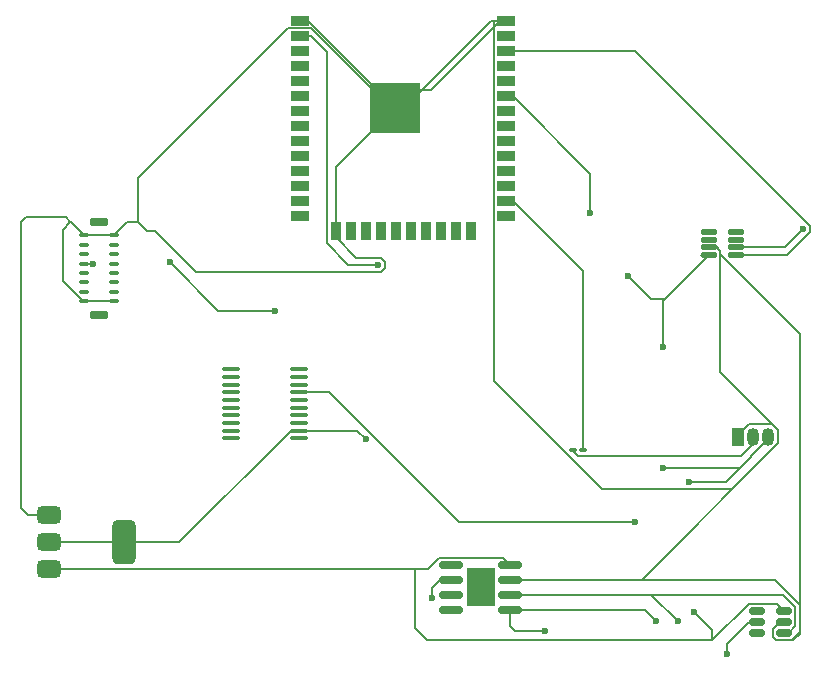
<source format=gbr>
%TF.GenerationSoftware,KiCad,Pcbnew,9.0.0*%
%TF.CreationDate,2025-04-07T19:53:14+05:30*%
%TF.ProjectId,Wearable_Charger,57656172-6162-46c6-95a0-436861726765,rev?*%
%TF.SameCoordinates,Original*%
%TF.FileFunction,Copper,L1,Top*%
%TF.FilePolarity,Positive*%
%FSLAX46Y46*%
G04 Gerber Fmt 4.6, Leading zero omitted, Abs format (unit mm)*
G04 Created by KiCad (PCBNEW 9.0.0) date 2025-04-07 19:53:14*
%MOMM*%
%LPD*%
G01*
G04 APERTURE LIST*
G04 Aperture macros list*
%AMRoundRect*
0 Rectangle with rounded corners*
0 $1 Rounding radius*
0 $2 $3 $4 $5 $6 $7 $8 $9 X,Y pos of 4 corners*
0 Add a 4 corners polygon primitive as box body*
4,1,4,$2,$3,$4,$5,$6,$7,$8,$9,$2,$3,0*
0 Add four circle primitives for the rounded corners*
1,1,$1+$1,$2,$3*
1,1,$1+$1,$4,$5*
1,1,$1+$1,$6,$7*
1,1,$1+$1,$8,$9*
0 Add four rect primitives between the rounded corners*
20,1,$1+$1,$2,$3,$4,$5,0*
20,1,$1+$1,$4,$5,$6,$7,0*
20,1,$1+$1,$6,$7,$8,$9,0*
20,1,$1+$1,$8,$9,$2,$3,0*%
G04 Aperture macros list end*
%TA.AperFunction,SMDPad,CuDef*%
%ADD10RoundRect,0.100000X-0.637500X-0.100000X0.637500X-0.100000X0.637500X0.100000X-0.637500X0.100000X0*%
%TD*%
%TA.AperFunction,ComponentPad*%
%ADD11R,1.050000X1.500000*%
%TD*%
%TA.AperFunction,ComponentPad*%
%ADD12O,1.050000X1.500000*%
%TD*%
%TA.AperFunction,SMDPad,CuDef*%
%ADD13RoundRect,0.375000X-0.625000X-0.375000X0.625000X-0.375000X0.625000X0.375000X-0.625000X0.375000X0*%
%TD*%
%TA.AperFunction,SMDPad,CuDef*%
%ADD14RoundRect,0.500000X-0.500000X-1.400000X0.500000X-1.400000X0.500000X1.400000X-0.500000X1.400000X0*%
%TD*%
%TA.AperFunction,SMDPad,CuDef*%
%ADD15RoundRect,0.125000X-0.537500X-0.125000X0.537500X-0.125000X0.537500X0.125000X-0.537500X0.125000X0*%
%TD*%
%TA.AperFunction,SMDPad,CuDef*%
%ADD16R,1.500000X0.900000*%
%TD*%
%TA.AperFunction,SMDPad,CuDef*%
%ADD17R,0.900000X1.500000*%
%TD*%
%TA.AperFunction,SMDPad,CuDef*%
%ADD18R,1.050000X1.050000*%
%TD*%
%TA.AperFunction,HeatsinkPad*%
%ADD19C,0.600000*%
%TD*%
%TA.AperFunction,HeatsinkPad*%
%ADD20R,4.200000X4.200000*%
%TD*%
%TA.AperFunction,SMDPad,CuDef*%
%ADD21RoundRect,0.100000X-0.217500X-0.100000X0.217500X-0.100000X0.217500X0.100000X-0.217500X0.100000X0*%
%TD*%
%TA.AperFunction,SMDPad,CuDef*%
%ADD22RoundRect,0.100000X0.295000X-0.100000X0.295000X0.100000X-0.295000X0.100000X-0.295000X-0.100000X0*%
%TD*%
%TA.AperFunction,SMDPad,CuDef*%
%ADD23RoundRect,0.162500X0.637500X-0.162500X0.637500X0.162500X-0.637500X0.162500X-0.637500X-0.162500X0*%
%TD*%
%TA.AperFunction,SMDPad,CuDef*%
%ADD24RoundRect,0.150000X0.512500X0.150000X-0.512500X0.150000X-0.512500X-0.150000X0.512500X-0.150000X0*%
%TD*%
%TA.AperFunction,SMDPad,CuDef*%
%ADD25RoundRect,0.150000X0.825000X0.150000X-0.825000X0.150000X-0.825000X-0.150000X0.825000X-0.150000X0*%
%TD*%
%TA.AperFunction,HeatsinkPad*%
%ADD26C,0.500000*%
%TD*%
%TA.AperFunction,HeatsinkPad*%
%ADD27R,2.410000X3.300000*%
%TD*%
%TA.AperFunction,ViaPad*%
%ADD28C,0.600000*%
%TD*%
%TA.AperFunction,Conductor*%
%ADD29C,0.200000*%
%TD*%
G04 APERTURE END LIST*
D10*
%TO.P,U1,1,DSG*%
%TO.N,unconnected-(U1-DSG-Pad1)*%
X149800000Y-115050000D03*
%TO.P,U1,2,CHG*%
%TO.N,unconnected-(U1-CHG-Pad2)*%
X149800000Y-115700000D03*
%TO.P,U1,3,VSS*%
%TO.N,unconnected-(U1-VSS-Pad3)*%
X149800000Y-116350000D03*
%TO.P,U1,4,SDA*%
%TO.N,unconnected-(U1-SDA-Pad4)*%
X149800000Y-117000000D03*
%TO.P,U1,5,SCL*%
%TO.N,unconnected-(U1-SCL-Pad5)*%
X149800000Y-117650000D03*
%TO.P,U1,6,TS1*%
%TO.N,unconnected-(U1-TS1-Pad6)*%
X149800000Y-118300000D03*
%TO.P,U1,7,CAP1*%
%TO.N,unconnected-(U1-CAP1-Pad7)*%
X149800000Y-118950000D03*
%TO.P,U1,8,REGOUT*%
%TO.N,unconnected-(U1-REGOUT-Pad8)*%
X149800000Y-119600000D03*
%TO.P,U1,9,REGSRC*%
%TO.N,unconnected-(U1-REGSRC-Pad9)*%
X149800000Y-120250000D03*
%TO.P,U1,10,BAT*%
%TO.N,unconnected-(U1-BAT-Pad10)*%
X149800000Y-120900000D03*
%TO.P,U1,11,NC*%
%TO.N,unconnected-(U1-NC-Pad11)*%
X155525000Y-120900000D03*
%TO.P,U1,12,VC5*%
%TO.N,/5v*%
X155525000Y-120250000D03*
%TO.P,U1,13,VC4*%
%TO.N,unconnected-(U1-VC4-Pad13)*%
X155525000Y-119600000D03*
%TO.P,U1,14,VC3*%
%TO.N,unconnected-(U1-VC3-Pad14)*%
X155525000Y-118950000D03*
%TO.P,U1,15,VC2*%
%TO.N,unconnected-(U1-VC2-Pad15)*%
X155525000Y-118300000D03*
%TO.P,U1,16,VC1*%
%TO.N,unconnected-(U1-VC1-Pad16)*%
X155525000Y-117650000D03*
%TO.P,U1,17,VC0*%
%TO.N,/OUT*%
X155525000Y-117000000D03*
%TO.P,U1,18,SRP*%
%TO.N,unconnected-(U1-SRP-Pad18)*%
X155525000Y-116350000D03*
%TO.P,U1,19,SRN*%
%TO.N,unconnected-(U1-SRN-Pad19)*%
X155525000Y-115700000D03*
%TO.P,U1,20,ALERT*%
%TO.N,unconnected-(U1-ALERT-Pad20)*%
X155525000Y-115050000D03*
%TD*%
D11*
%TO.P,U7,1,GND*%
%TO.N,/gnd*%
X192730000Y-120760000D03*
D12*
%TO.P,U7,2,DQ*%
%TO.N,Net-(U7-DQ)*%
X194000000Y-120760000D03*
%TO.P,U7,3,V_{DD}*%
%TO.N,/vcc*%
X195270000Y-120760000D03*
%TD*%
D13*
%TO.P,U5,1,GND*%
%TO.N,/gnd*%
X134400000Y-127400000D03*
%TO.P,U5,2,VO*%
%TO.N,/5v*%
X134400000Y-129700000D03*
D14*
X140700000Y-129700000D03*
D13*
%TO.P,U5,3,VI*%
%TO.N,/vcc*%
X134400000Y-132000000D03*
%TD*%
D15*
%TO.P,U6,1,IN+*%
%TO.N,unconnected-(U6-IN+-Pad1)*%
X190262500Y-103425000D03*
%TO.P,U6,2,IN-*%
%TO.N,unconnected-(U6-IN--Pad2)*%
X190262500Y-104075000D03*
%TO.P,U6,3,GND*%
%TO.N,/gnd*%
X190262500Y-104725000D03*
%TO.P,U6,4,VS*%
%TO.N,/vcc*%
X190262500Y-105375000D03*
%TO.P,U6,5,SCL*%
%TO.N,/GPIO22*%
X192537500Y-105375000D03*
%TO.P,U6,6,SDA*%
%TO.N,/GPIO21*%
X192537500Y-104725000D03*
%TO.P,U6,7,A0*%
%TO.N,unconnected-(U6-A0-Pad7)*%
X192537500Y-104075000D03*
%TO.P,U6,8,A1*%
%TO.N,unconnected-(U6-A1-Pad8)*%
X192537500Y-103425000D03*
%TD*%
D16*
%TO.P,U8,1,GND*%
%TO.N,/gnd*%
X155605000Y-85585000D03*
%TO.P,U8,2,VDD*%
%TO.N,/vcc*%
X155605000Y-86855000D03*
%TO.P,U8,3,EN*%
%TO.N,unconnected-(U8-EN-Pad3)*%
X155605000Y-88125000D03*
%TO.P,U8,4,SENSOR_VP*%
%TO.N,unconnected-(U8-SENSOR_VP-Pad4)*%
X155605000Y-89395000D03*
%TO.P,U8,5,SENSOR_VN*%
%TO.N,unconnected-(U8-SENSOR_VN-Pad5)*%
X155605000Y-90665000D03*
%TO.P,U8,6,IO34*%
%TO.N,unconnected-(U8-IO34-Pad6)*%
X155605000Y-91935000D03*
%TO.P,U8,7,IO35*%
%TO.N,unconnected-(U8-IO35-Pad7)*%
X155605000Y-93205000D03*
%TO.P,U8,8,IO32*%
%TO.N,unconnected-(U8-IO32-Pad8)*%
X155605000Y-94475000D03*
%TO.P,U8,9,IO33*%
%TO.N,unconnected-(U8-IO33-Pad9)*%
X155605000Y-95745000D03*
%TO.P,U8,10,IO25*%
%TO.N,unconnected-(U8-IO25-Pad10)*%
X155605000Y-97015000D03*
%TO.P,U8,11,IO26*%
%TO.N,unconnected-(U8-IO26-Pad11)*%
X155605000Y-98285000D03*
%TO.P,U8,12,IO27*%
%TO.N,unconnected-(U8-IO27-Pad12)*%
X155605000Y-99555000D03*
%TO.P,U8,13,IO14*%
%TO.N,/GPIO14*%
X155605000Y-100825000D03*
%TO.P,U8,14,IO12*%
%TO.N,unconnected-(U8-IO12-Pad14)*%
X155605000Y-102095000D03*
D17*
%TO.P,U8,15,GND*%
%TO.N,/gnd*%
X158645000Y-103345000D03*
%TO.P,U8,16,IO13*%
%TO.N,unconnected-(U8-IO13-Pad16)*%
X159915000Y-103345000D03*
%TO.P,U8,17,SHD/SD2*%
%TO.N,unconnected-(U8-SHD{slash}SD2-Pad17)*%
X161185000Y-103345000D03*
%TO.P,U8,18,SWP/SD3*%
%TO.N,unconnected-(U8-SWP{slash}SD3-Pad18)*%
X162455000Y-103345000D03*
%TO.P,U8,19,SCS/CMD*%
%TO.N,unconnected-(U8-SCS{slash}CMD-Pad19)*%
X163725000Y-103345000D03*
%TO.P,U8,20,SCK/CLK*%
%TO.N,unconnected-(U8-SCK{slash}CLK-Pad20)*%
X164995000Y-103345000D03*
%TO.P,U8,21,SDO/SD0*%
%TO.N,unconnected-(U8-SDO{slash}SD0-Pad21)*%
X166265000Y-103345000D03*
%TO.P,U8,22,SDI/SD1*%
%TO.N,unconnected-(U8-SDI{slash}SD1-Pad22)*%
X167535000Y-103345000D03*
%TO.P,U8,23,IO15*%
%TO.N,unconnected-(U8-IO15-Pad23)*%
X168805000Y-103345000D03*
%TO.P,U8,24,IO2*%
%TO.N,unconnected-(U8-IO2-Pad24)*%
X170075000Y-103345000D03*
D16*
%TO.P,U8,25,IO0*%
%TO.N,unconnected-(U8-IO0-Pad25)*%
X173105000Y-102095000D03*
%TO.P,U8,26,IO4*%
%TO.N,/GPIO4*%
X173105000Y-100825000D03*
%TO.P,U8,27,IO16*%
%TO.N,unconnected-(U8-IO16-Pad27)*%
X173105000Y-99555000D03*
%TO.P,U8,28,IO17*%
%TO.N,unconnected-(U8-IO17-Pad28)*%
X173105000Y-98285000D03*
%TO.P,U8,29,IO5*%
%TO.N,unconnected-(U8-IO5-Pad29)*%
X173105000Y-97015000D03*
%TO.P,U8,30,IO18*%
%TO.N,unconnected-(U8-IO18-Pad30)*%
X173105000Y-95745000D03*
%TO.P,U8,31,IO19*%
%TO.N,unconnected-(U8-IO19-Pad31)*%
X173105000Y-94475000D03*
%TO.P,U8,32,NC*%
%TO.N,unconnected-(U8-NC-Pad32)*%
X173105000Y-93205000D03*
%TO.P,U8,33,IO21*%
%TO.N,/GPIO21*%
X173105000Y-91935000D03*
%TO.P,U8,34,RXD0/IO3*%
%TO.N,unconnected-(U8-RXD0{slash}IO3-Pad34)*%
X173105000Y-90665000D03*
%TO.P,U8,35,TXD0/IO1*%
%TO.N,unconnected-(U8-TXD0{slash}IO1-Pad35)*%
X173105000Y-89395000D03*
%TO.P,U8,36,IO22*%
%TO.N,/GPIO22*%
X173105000Y-88125000D03*
%TO.P,U8,37,IO23*%
%TO.N,unconnected-(U8-IO23-Pad37)*%
X173105000Y-86855000D03*
%TO.P,U8,38,GND*%
%TO.N,/gnd*%
X173105000Y-85585000D03*
D18*
%TO.P,U8,39,GND*%
X162150000Y-91400000D03*
D19*
X162150000Y-92162500D03*
D18*
X162150000Y-92925000D03*
D19*
X162150000Y-93687500D03*
D18*
X162150000Y-94450000D03*
D19*
X162912500Y-91400000D03*
X162912500Y-92925000D03*
X162912500Y-94450000D03*
D18*
X163675000Y-91400000D03*
D19*
X163675000Y-92162500D03*
D18*
X163675000Y-92925000D03*
D20*
X163675000Y-92925000D03*
D19*
X163675000Y-93687500D03*
D18*
X163675000Y-94450000D03*
D19*
X164437500Y-91400000D03*
X164437500Y-92925000D03*
X164437500Y-94450000D03*
D18*
X165200000Y-91400000D03*
D19*
X165200000Y-92162500D03*
D18*
X165200000Y-92925000D03*
D19*
X165200000Y-93687500D03*
D18*
X165200000Y-94450000D03*
%TD*%
D21*
%TO.P,R1,1*%
%TO.N,Net-(U7-DQ)*%
X178775000Y-121915000D03*
%TO.P,R1,2*%
%TO.N,/GPIO4*%
X179590000Y-121915000D03*
%TD*%
D22*
%TO.P,P1,A1,GND*%
%TO.N,/gnd*%
X137330000Y-103710000D03*
%TO.P,P1,A4,VBUS*%
%TO.N,unconnected-(P1-VBUS-PadA4)*%
X137330000Y-104510000D03*
%TO.P,P1,A5,CC*%
%TO.N,unconnected-(P1-CC-PadA5)*%
X137330000Y-105310000D03*
%TO.P,P1,A6,D+*%
%TO.N,/IN*%
X137330000Y-106110000D03*
%TO.P,P1,A7,D-*%
%TO.N,unconnected-(P1-D--PadA7)*%
X137330000Y-106910000D03*
%TO.P,P1,A8*%
%TO.N,N/C*%
X137330000Y-107710000D03*
%TO.P,P1,A9,VBUS*%
%TO.N,unconnected-(P1-VBUS-PadA4)_3*%
X137330000Y-108510000D03*
%TO.P,P1,A12,GND*%
%TO.N,/gnd*%
X137330000Y-109310000D03*
%TO.P,P1,B1,GND*%
X139870000Y-109310000D03*
%TO.P,P1,B4,VBUS*%
%TO.N,unconnected-(P1-VBUS-PadA4)_2*%
X139870000Y-108510000D03*
%TO.P,P1,B5,VCONN*%
%TO.N,unconnected-(P1-VCONN-PadB5)*%
X139870000Y-107710000D03*
%TO.P,P1,B6*%
%TO.N,N/C*%
X139870000Y-106910000D03*
%TO.P,P1,B7*%
X139870000Y-106110000D03*
%TO.P,P1,B8*%
X139870000Y-105310000D03*
%TO.P,P1,B9,VBUS*%
%TO.N,unconnected-(P1-VBUS-PadA4)_1*%
X139870000Y-104510000D03*
%TO.P,P1,B12,GND*%
%TO.N,/gnd*%
X139870000Y-103710000D03*
D23*
%TO.P,P1,S1,SHIELD*%
%TO.N,unconnected-(P1-SHIELD-PadS1)_1*%
X138600000Y-102560000D03*
%TO.N,unconnected-(P1-SHIELD-PadS1)*%
X138600000Y-110460000D03*
%TD*%
D24*
%TO.P,U3,1,SW*%
%TO.N,/OUT*%
X196600000Y-137400000D03*
%TO.P,U3,2,GND*%
%TO.N,/gnd*%
X196600000Y-136450000D03*
%TO.P,U3,3,FB*%
%TO.N,/vcc*%
X196600000Y-135500000D03*
%TO.P,U3,4,EN*%
%TO.N,unconnected-(U3-EN-Pad4)*%
X194325000Y-135500000D03*
%TO.P,U3,5,IN*%
%TO.N,/5v*%
X194325000Y-136450000D03*
%TO.P,U3,6,NC*%
%TO.N,unconnected-(U3-NC-Pad6)*%
X194325000Y-137400000D03*
%TD*%
D25*
%TO.P,U2,1,TEMP*%
%TO.N,/5v*%
X173400000Y-135410000D03*
%TO.P,U2,2,PROG*%
%TO.N,/OUT*%
X173400000Y-134140000D03*
%TO.P,U2,3,GND*%
%TO.N,/gnd*%
X173400000Y-132870000D03*
%TO.P,U2,4,V_{CC}*%
%TO.N,/vcc*%
X173400000Y-131600000D03*
%TO.P,U2,5,BAT*%
%TO.N,unconnected-(U2-BAT-Pad5)*%
X168450000Y-131600000D03*
%TO.P,U2,6,~{STDBY}*%
%TO.N,/IN*%
X168450000Y-132870000D03*
%TO.P,U2,7,~{CHRG}*%
%TO.N,unconnected-(U2-~{CHRG}-Pad7)*%
X168450000Y-134140000D03*
%TO.P,U2,8,CE*%
%TO.N,unconnected-(U2-CE-Pad8)*%
X168450000Y-135410000D03*
D26*
%TO.P,U2,9,EPAD*%
%TO.N,unconnected-(U2-EPAD-Pad9)_7*%
X171625000Y-134705000D03*
%TO.N,unconnected-(U2-EPAD-Pad9)_2*%
X171625000Y-133505000D03*
%TO.N,unconnected-(U2-EPAD-Pad9)_6*%
X171625000Y-132305000D03*
D27*
%TO.N,unconnected-(U2-EPAD-Pad9)_3*%
X170925000Y-133505000D03*
D26*
%TO.N,unconnected-(U2-EPAD-Pad9)_4*%
X170225000Y-134705000D03*
%TO.N,unconnected-(U2-EPAD-Pad9)*%
X170225000Y-133505000D03*
%TO.N,unconnected-(U2-EPAD-Pad9)_5*%
X170225000Y-132305000D03*
%TD*%
D28*
%TO.N,/IN*%
X144600000Y-106000000D03*
X153500000Y-110100000D03*
X166800000Y-134400000D03*
X138090000Y-106110000D03*
%TO.N,/OUT*%
X187600000Y-136400000D03*
X184000000Y-128000000D03*
%TO.N,/5v*%
X176400000Y-137200000D03*
X185800000Y-136400000D03*
X191801000Y-139199000D03*
X161200000Y-121000000D03*
%TO.N,/vcc*%
X186400000Y-123392305D03*
X183400000Y-107200000D03*
X162200000Y-106200000D03*
X186400000Y-113200000D03*
X189000000Y-135600000D03*
X188600000Y-124600000D03*
%TO.N,/GPIO21*%
X198200000Y-103200000D03*
X180200000Y-101800000D03*
%TD*%
D29*
%TO.N,/gnd*%
X195896532Y-138001000D02*
X197399000Y-138001000D01*
X196096000Y-121327140D02*
X192222140Y-125201000D01*
X141920000Y-102600000D02*
X141000000Y-102600000D01*
X141920000Y-98888000D02*
X154629000Y-86179000D01*
X137271196Y-109310000D02*
X137330000Y-109310000D01*
X195841568Y-132870000D02*
X184553140Y-132870000D01*
X158645000Y-97955000D02*
X162150000Y-94450000D01*
X171777500Y-85585000D02*
X165200000Y-92162500D01*
X162150000Y-91400000D02*
X156335000Y-85585000D01*
X162801000Y-105951057D02*
X162801000Y-106448943D01*
X197964500Y-137435500D02*
X197964500Y-134992932D01*
X172573000Y-85585000D02*
X166758000Y-91400000D01*
X196600000Y-136450000D02*
X196245532Y-136450000D01*
X139870000Y-103710000D02*
X140980000Y-102600000D01*
X158645000Y-103345000D02*
X158645000Y-97955000D01*
X142649000Y-103329000D02*
X141920000Y-102600000D01*
X136190000Y-102600000D02*
X135520000Y-103270000D01*
X134400000Y-127400000D02*
X132600000Y-127400000D01*
X172054000Y-85686000D02*
X172155000Y-85585000D01*
X135520000Y-103270000D02*
X135520000Y-107558804D01*
X132000000Y-126800000D02*
X132000000Y-102600000D01*
X162801000Y-106448943D02*
X162448943Y-106801000D01*
X191226000Y-105331918D02*
X191226000Y-105026001D01*
X141920000Y-102600000D02*
X141920000Y-98888000D01*
X195636500Y-137740968D02*
X195896532Y-138001000D01*
X158645000Y-103855000D02*
X160389000Y-105599000D01*
X197399000Y-138001000D02*
X197964500Y-137435500D01*
X195896532Y-138001000D02*
X197303468Y-138001000D01*
X173400000Y-132870000D02*
X184553140Y-132870000D01*
X192730000Y-120636860D02*
X192730000Y-120760000D01*
X181173630Y-125201000D02*
X172054000Y-116081370D01*
X132000000Y-102600000D02*
X132400000Y-102200000D01*
X190924999Y-104725000D02*
X190262500Y-104725000D01*
X146823074Y-106801000D02*
X143351074Y-103329000D01*
X158645000Y-103345000D02*
X158645000Y-103855000D01*
X160389000Y-105599000D02*
X162448943Y-105599000D01*
X197303468Y-138001000D02*
X197964500Y-137339968D01*
X173105000Y-85585000D02*
X171777500Y-85585000D01*
X192222140Y-125201000D02*
X181173630Y-125201000D01*
X172054000Y-116081370D02*
X172054000Y-85686000D01*
X140980000Y-102600000D02*
X141000000Y-102600000D01*
X196096000Y-120192860D02*
X196096000Y-121327140D01*
X173105000Y-85585000D02*
X172573000Y-85585000D01*
X154629000Y-86179000D02*
X156581000Y-86179000D01*
X162448943Y-105599000D02*
X162801000Y-105951057D01*
X195636500Y-137059032D02*
X195636500Y-137740968D01*
X197964500Y-137339968D02*
X197964500Y-112070418D01*
X156581000Y-86179000D02*
X162150000Y-91748000D01*
X136220000Y-102600000D02*
X136190000Y-102600000D01*
X190880918Y-104725000D02*
X191226000Y-105070082D01*
X191226000Y-105070082D02*
X191226000Y-115322860D01*
X156335000Y-85585000D02*
X155605000Y-85585000D01*
X190262500Y-104725000D02*
X190880918Y-104725000D01*
X162448943Y-106801000D02*
X146823074Y-106801000D01*
X137330000Y-103710000D02*
X139870000Y-103710000D01*
X195612140Y-119709000D02*
X193657860Y-119709000D01*
X135520000Y-107558804D02*
X137271196Y-109310000D01*
X143351074Y-103329000D02*
X142649000Y-103329000D01*
X184553140Y-132870000D02*
X196096000Y-121327140D01*
X197964500Y-134992932D02*
X195841568Y-132870000D01*
X132600000Y-127400000D02*
X132000000Y-126800000D01*
X132400000Y-102200000D02*
X135790000Y-102200000D01*
X137330000Y-109310000D02*
X139870000Y-109310000D01*
X191226000Y-105026001D02*
X190924999Y-104725000D01*
X137330000Y-103710000D02*
X136220000Y-102600000D01*
X172155000Y-85585000D02*
X173105000Y-85585000D01*
X193657860Y-119709000D02*
X192730000Y-120636860D01*
X135790000Y-102200000D02*
X136190000Y-102600000D01*
X197964500Y-112070418D02*
X191226000Y-105331918D01*
X166758000Y-91400000D02*
X165200000Y-91400000D01*
X196245532Y-136450000D02*
X195636500Y-137059032D01*
X162150000Y-91748000D02*
X162150000Y-93687500D01*
X196096000Y-120192860D02*
X195612140Y-119709000D01*
X191226000Y-115322860D02*
X196096000Y-120192860D01*
%TO.N,/IN*%
X167475001Y-132870000D02*
X166800000Y-133545001D01*
X153500000Y-110100000D02*
X149800000Y-110100000D01*
X137330000Y-106110000D02*
X137440000Y-106000000D01*
X144600000Y-106000000D02*
X148700000Y-110100000D01*
X168450000Y-132870000D02*
X167475001Y-132870000D01*
X137330000Y-106110000D02*
X138090000Y-106110000D01*
X166800000Y-133545001D02*
X166800000Y-134400000D01*
X148700000Y-110100000D02*
X149800000Y-110100000D01*
%TO.N,Net-(U7-DQ)*%
X179203630Y-122416000D02*
X192951000Y-122416000D01*
X178775000Y-121915000D02*
X178775000Y-121987370D01*
X194000000Y-121367000D02*
X194000000Y-120760000D01*
X192951000Y-122416000D02*
X194000000Y-121367000D01*
X178775000Y-121987370D02*
X179203630Y-122416000D01*
%TO.N,/GPIO4*%
X173637000Y-100825000D02*
X173105000Y-100825000D01*
X179590000Y-106778000D02*
X173637000Y-100825000D01*
X179590000Y-121915000D02*
X179590000Y-106778000D01*
%TO.N,/OUT*%
X173400000Y-134140000D02*
X185340000Y-134140000D01*
X197000000Y-137400000D02*
X196600000Y-137400000D01*
X158049943Y-117000000D02*
X155525000Y-117000000D01*
X169049943Y-128000000D02*
X158049943Y-117000000D01*
X196544468Y-134140000D02*
X197563500Y-135159032D01*
X173400000Y-134140000D02*
X196544468Y-134140000D01*
X185340000Y-134140000D02*
X187600000Y-136400000D01*
X197563500Y-136836500D02*
X197000000Y-137400000D01*
X184000000Y-128000000D02*
X169049943Y-128000000D01*
X197563500Y-135159032D02*
X197563500Y-136836500D01*
%TO.N,/5v*%
X173400000Y-135410000D02*
X184810000Y-135410000D01*
X173600000Y-137000000D02*
X173800000Y-137200000D01*
X155525000Y-120250000D02*
X154867630Y-120250000D01*
X145417630Y-129700000D02*
X140700000Y-129700000D01*
X154867630Y-120250000D02*
X145417630Y-129700000D01*
X191801000Y-139199000D02*
X191801000Y-138311501D01*
X161200000Y-121000000D02*
X160450000Y-120250000D01*
X173400000Y-135410000D02*
X173590000Y-135410000D01*
X193662501Y-136450000D02*
X194325000Y-136450000D01*
X184810000Y-135410000D02*
X185800000Y-136400000D01*
X160450000Y-120250000D02*
X155525000Y-120250000D01*
X173400000Y-135410000D02*
X173400000Y-136800000D01*
X140700000Y-129700000D02*
X134400000Y-129700000D01*
X173800000Y-137200000D02*
X176400000Y-137200000D01*
X173590000Y-135410000D02*
X173600000Y-135400000D01*
X191801000Y-138311501D02*
X193662501Y-136450000D01*
X173400000Y-136800000D02*
X173600000Y-137000000D01*
%TO.N,/vcc*%
X186400000Y-113200000D02*
X186400000Y-109237500D01*
X157894000Y-104396000D02*
X159698000Y-106200000D01*
X165400000Y-137000000D02*
X166401000Y-138001000D01*
X195270000Y-120985000D02*
X192862695Y-123392305D01*
X195270000Y-120760000D02*
X195270000Y-120985000D01*
X195270000Y-120985000D02*
X191655000Y-124600000D01*
X172799000Y-130999000D02*
X167434032Y-130999000D01*
X186518750Y-109118750D02*
X190262500Y-105375000D01*
X155605000Y-86855000D02*
X156555000Y-86855000D01*
X193621532Y-134899000D02*
X195999000Y-134899000D01*
X165400000Y-132000000D02*
X165400000Y-137000000D01*
X157894000Y-88194000D02*
X157894000Y-104396000D01*
X183400000Y-107200000D02*
X185318750Y-109118750D01*
X167434032Y-130999000D02*
X166433032Y-132000000D01*
X190519532Y-138001000D02*
X193621532Y-134899000D01*
X173400000Y-131600000D02*
X172799000Y-130999000D01*
X190262500Y-105375000D02*
X189600001Y-105375000D01*
X189000000Y-135600000D02*
X190519532Y-137119532D01*
X166401000Y-138001000D02*
X190519532Y-138001000D01*
X165400000Y-132000000D02*
X134400000Y-132000000D01*
X195999000Y-134899000D02*
X196600000Y-135500000D01*
X191655000Y-124600000D02*
X188600000Y-124600000D01*
X192862695Y-123392305D02*
X186400000Y-123392305D01*
X156555000Y-86855000D02*
X157894000Y-88194000D01*
X159698000Y-106200000D02*
X162200000Y-106200000D01*
X186400000Y-123392305D02*
X186385851Y-123392305D01*
X186400000Y-109237500D02*
X186518750Y-109118750D01*
X166433032Y-132000000D02*
X165400000Y-132000000D01*
X185318750Y-109118750D02*
X186518750Y-109118750D01*
X155073000Y-86855000D02*
X155605000Y-86855000D01*
X190519532Y-137119532D02*
X190519532Y-138001000D01*
%TO.N,/GPIO21*%
X198200000Y-103200000D02*
X196675000Y-104725000D01*
X173105000Y-91935000D02*
X173637000Y-91935000D01*
X173637000Y-91935000D02*
X180200000Y-98498000D01*
X180200000Y-98498000D02*
X180200000Y-101800000D01*
X196675000Y-104725000D02*
X192537500Y-104725000D01*
%TO.N,/GPIO22*%
X192537500Y-105375000D02*
X196874943Y-105375000D01*
X198801000Y-103448943D02*
X198801000Y-102951057D01*
X196874943Y-105375000D02*
X198801000Y-103448943D01*
X183974943Y-88125000D02*
X173105000Y-88125000D01*
X198801000Y-102951057D02*
X183974943Y-88125000D01*
%TD*%
M02*

</source>
